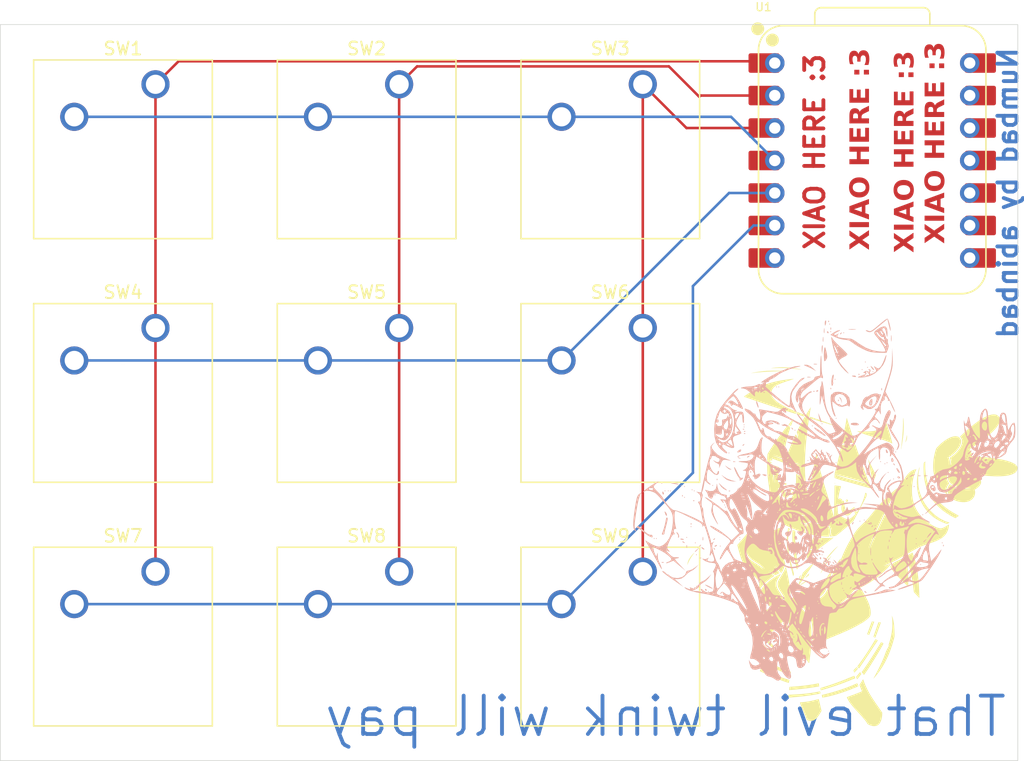
<source format=kicad_pcb>
(kicad_pcb (version 20241229) (generator "pcbnew") (generator_version "9.0")
  (layers (0 "F.Cu" signal) (2 "B.Cu" signal) (13 "F.Paste" user) (15 "B.Paste" user) (5 "F.SilkS" user "F.Silkscreen") (7 "B.SilkS" user "B.Silkscreen") (1 "F.Mask" user) (3 "B.Mask" user) (25 "Edge.Cuts" user))
  (net 0 "")
  (net 1 "row 0")
  (net 2 "column 0")
  (net 3 "column 1")
  (net 4 "column 2")
  (net 5 "row 1")
  (net 6 "row 2")
  (net 8 "+5V")
  (net 13 "GND")
  (footprint "Button_Switch_Keyboard:SW_Cherry_MX_1.00u_PCB" (layer "F.Cu") (at 103.98125 97.4725)
    (property "Reference" "SW4" (at -2.54 -2.794 0) (layer "F.SilkS"))
    (property "Value" "SW_Push")
    (pad "" np_thru_hole circle (at -7.62 5.08) (size 1.7 1.7) (drill 1.7) (layers "*.Cu" "*.Mask"))
    (pad "" np_thru_hole circle (at -2.54 5.08) (size 4 4) (drill 4) (layers "*.Cu" "*.Mask"))
    (pad "" np_thru_hole circle (at 2.54 5.08) (size 1.7 1.7) (drill 1.7) (layers "*.Cu" "*.Mask"))
    (pad "1" thru_hole circle (at 0 0) (size 2.2 2.2) (drill 1.5) (layers "*.Cu" "*.Mask") (net 2 "column 0"))
    (pad "2" thru_hole circle (at -6.35 2.54) (size 2.2 2.2) (drill 1.5) (layers "*.Cu" "*.Mask") (net 5 "row 1"))
  )
  (footprint "Button_Switch_Keyboard:SW_Cherry_MX_1.00u_PCB" (layer "F.Cu") (at 142.08125 97.4725)
    (property "Reference" "SW6" (at -2.54 -2.794 0) (layer "F.SilkS"))
    (property "Value" "SW_Push")
    (pad "" np_thru_hole circle (at -7.62 5.08) (size 1.7 1.7) (drill 1.7) (layers "*.Cu" "*.Mask"))
    (pad "" np_thru_hole circle (at -2.54 5.08) (size 4 4) (drill 4) (layers "*.Cu" "*.Mask"))
    (pad "" np_thru_hole circle (at 2.54 5.08) (size 1.7 1.7) (drill 1.7) (layers "*.Cu" "*.Mask"))
    (pad "1" thru_hole circle (at 0 0) (size 2.2 2.2) (drill 1.5) (layers "*.Cu" "*.Mask") (net 4 "column 2"))
    (pad "2" thru_hole circle (at -6.35 2.54) (size 2.2 2.2) (drill 1.5) (layers "*.Cu" "*.Mask") (net 5 "row 1"))
  )
  (footprint "Button_Switch_Keyboard:SW_Cherry_MX_1.00u_PCB" (layer "F.Cu") (at 142.08125 116.5225)
    (property "Reference" "SW9" (at -2.54 -2.794 0) (layer "F.SilkS"))
    (property "Value" "SW_Push")
    (pad "" np_thru_hole circle (at -7.62 5.08) (size 1.7 1.7) (drill 1.7) (layers "*.Cu" "*.Mask"))
    (pad "" np_thru_hole circle (at -2.54 5.08) (size 4 4) (drill 4) (layers "*.Cu" "*.Mask"))
    (pad "" np_thru_hole circle (at 2.54 5.08) (size 1.7 1.7) (drill 1.7) (layers "*.Cu" "*.Mask"))
    (pad "1" thru_hole circle (at 0 0) (size 2.2 2.2) (drill 1.5) (layers "*.Cu" "*.Mask") (net 4 "column 2"))
    (pad "2" thru_hole circle (at -6.35 2.54) (size 2.2 2.2) (drill 1.5) (layers "*.Cu" "*.Mask") (net 6 "row 2"))
  )
  (footprint "Button_Switch_Keyboard:SW_Cherry_MX_1.00u_PCB" (layer "F.Cu") (at 142.08125 78.4225)
    (property "Reference" "SW3" (at -2.54 -2.794 0) (layer "F.SilkS"))
    (property "Value" "SW_Push")
    (pad "" np_thru_hole circle (at -7.62 5.08) (size 1.7 1.7) (drill 1.7) (layers "*.Cu" "*.Mask"))
    (pad "" np_thru_hole circle (at -2.54 5.08) (size 4 4) (drill 4) (layers "*.Cu" "*.Mask"))
    (pad "" np_thru_hole circle (at 2.54 5.08) (size 1.7 1.7) (drill 1.7) (layers "*.Cu" "*.Mask"))
    (pad "1" thru_hole circle (at 0 0) (size 2.2 2.2) (drill 1.5) (layers "*.Cu" "*.Mask") (net 4 "column 2"))
    (pad "2" thru_hole circle (at -6.35 2.54) (size 2.2 2.2) (drill 1.5) (layers "*.Cu" "*.Mask") (net 1 "row 0"))
  )
  (footprint "Button_Switch_Keyboard:SW_Cherry_MX_1.00u_PCB" (layer "F.Cu") (at 123.03125 116.5225)
    (property "Reference" "SW8" (at -2.54 -2.794 0) (layer "F.SilkS"))
    (property "Value" "SW_Push")
    (pad "" np_thru_hole circle (at -7.62 5.08) (size 1.7 1.7) (drill 1.7) (layers "*.Cu" "*.Mask"))
    (pad "" np_thru_hole circle (at -2.54 5.08) (size 4 4) (drill 4) (layers "*.Cu" "*.Mask"))
    (pad "" np_thru_hole circle (at 2.54 5.08) (size 1.7 1.7) (drill 1.7) (layers "*.Cu" "*.Mask"))
    (pad "1" thru_hole circle (at 0 0) (size 2.2 2.2) (drill 1.5) (layers "*.Cu" "*.Mask") (net 3 "column 1"))
    (pad "2" thru_hole circle (at -6.35 2.54) (size 2.2 2.2) (drill 1.5) (layers "*.Cu" "*.Mask") (net 6 "row 2"))
  )
  (footprint "LOGO" (layer "F.Cu") (at 157.6 116)
    (property "Reference" "G***" (hide yes))
    (property "Value" "LOGO" (hide yes))
  )
  (footprint "Button_Switch_Keyboard:SW_Cherry_MX_1.00u_PCB" (layer "F.Cu") (at 123.03125 78.4225)
    (property "Reference" "SW2" (at -2.54 -2.794 0) (layer "F.SilkS"))
    (property "Value" "SW_Push")
    (pad "" np_thru_hole circle (at -7.62 5.08) (size 1.7 1.7) (drill 1.7) (layers "*.Cu" "*.Mask"))
    (pad "" np_thru_hole circle (at -2.54 5.08) (size 4 4) (drill 4) (layers "*.Cu" "*.Mask"))
    (pad "" np_thru_hole circle (at 2.54 5.08) (size 1.7 1.7) (drill 1.7) (layers "*.Cu" "*.Mask"))
    (pad "1" thru_hole circle (at 0 0) (size 2.2 2.2) (drill 1.5) (layers "*.Cu" "*.Mask") (net 3 "column 1"))
    (pad "2" thru_hole circle (at -6.35 2.54) (size 2.2 2.2) (drill 1.5) (layers "*.Cu" "*.Mask") (net 1 "row 0"))
  )
  (footprint "Button_Switch_Keyboard:SW_Cherry_MX_1.00u_PCB" (layer "F.Cu") (at 123.03125 97.4725)
    (property "Reference" "SW5" (at -2.54 -2.794 0) (layer "F.SilkS"))
    (property "Value" "SW_Push")
    (pad "" np_thru_hole circle (at -7.62 5.08) (size 1.7 1.7) (drill 1.7) (layers "*.Cu" "*.Mask"))
    (pad "" np_thru_hole circle (at -2.54 5.08) (size 4 4) (drill 4) (layers "*.Cu" "*.Mask"))
    (pad "" np_thru_hole circle (at 2.54 5.08) (size 1.7 1.7) (drill 1.7) (layers "*.Cu" "*.Mask"))
    (pad "1" thru_hole circle (at 0 0) (size 2.2 2.2) (drill 1.5) (layers "*.Cu" "*.Mask") (net 3 "column 1"))
    (pad "2" thru_hole circle (at -6.35 2.54) (size 2.2 2.2) (drill 1.5) (layers "*.Cu" "*.Mask") (net 5 "row 1"))
  )
  (footprint "Seeed Studio XIAO Series Library:XIAO-RP2040-DIP" (layer "F.Cu") (at 160.02 84.38)
    (property "Reference" "U1" (at -8.5 -12 0) (layer "F.SilkS") (effects (font (size 0.635 0.635) (thickness 0.1016))))
    (property "Value" "XIAO-ESP32-C3-DIP")
    (pad "1" smd roundrect (at -8.455 -7.62 180) (size 2.432 1.524) (layers "F.Cu" "F.Mask") (roundrect_rratio 0.1) (net 2 "column 0"))
    (pad "1" thru_hole circle (at -7.62 -7.62 180) (size 1.524 1.524) (drill 0.889) (layers "*.Cu" "*.Mask") (net 2 "column 0"))
    (pad "2" smd roundrect (at -8.455 -5.08 180) (size 2.432 1.524) (layers "F.Cu" "F.Mask") (roundrect_rratio 0.1) (net 3 "column 1"))
    (pad "2" thru_hole circle (at -7.62 -5.08 180) (size 1.524 1.524) (drill 0.889) (layers "*.Cu" "*.Mask") (net 3 "column 1"))
    (pad "3" smd roundrect (at -8.455 -2.54 180) (size 2.432 1.524) (layers "F.Cu" "F.Mask") (roundrect_rratio 0.1) (net 4 "column 2"))
    (pad "3" thru_hole circle (at -7.62 -2.54 180) (size 1.524 1.524) (drill 0.889) (layers "*.Cu" "*.Mask") (net 4 "column 2"))
    (pad "4" smd roundrect (at -8.455 0 180) (size 2.432 1.524) (layers "F.Cu" "F.Mask") (roundrect_rratio 0.1) (net 1 "row 0"))
    (pad "4" thru_hole circle (at -7.62 0 180) (size 1.524 1.524) (drill 0.889) (layers "*.Cu" "*.Mask") (net 1 "row 0"))
    (pad "5" smd roundrect (at -8.455 2.54 180) (size 2.432 1.524) (layers "F.Cu" "F.Mask") (roundrect_rratio 0.1) (net 5 "row 1"))
    (pad "5" thru_hole circle (at -7.62 2.54 180) (size 1.524 1.524) (drill 0.889) (layers "*.Cu" "*.Mask") (net 5 "row 1"))
    (pad "6" smd roundrect (at -8.455 5.08 180) (size 2.432 1.524) (layers "F.Cu" "F.Mask") (roundrect_rratio 0.1) (net 6 "row 2"))
    (pad "6" thru_hole circle (at -7.62 5.08 180) (size 1.524 1.524) (drill 0.889) (layers "*.Cu" "*.Mask") (net 6 "row 2"))
    (pad "7" smd roundrect (at -8.455 7.62 180) (size 2.432 1.524) (layers "F.Cu" "F.Mask") (roundrect_rratio 0.1))
    (pad "7" thru_hole circle (at -7.62 7.62 180) (size 1.524 1.524) (drill 0.889) (layers "*.Cu" "*.Mask"))
    (pad "8" thru_hole circle (at 7.62 7.62) (size 1.524 1.524) (drill 0.889) (layers "*.Cu" "*.Mask"))
    (pad "8" smd roundrect (at 8.455 7.62) (size 2.432 1.524) (layers "F.Cu" "F.Mask") (roundrect_rratio 0.1))
    (pad "9" thru_hole circle (at 7.62 5.08) (size 1.524 1.524) (drill 0.889) (layers "*.Cu" "*.Mask"))
    (pad "9" smd roundrect (at 8.455 5.08) (size 2.432 1.524) (layers "F.Cu" "F.Mask") (roundrect_rratio 0.1))
    (pad "10" thru_hole circle (at 7.62 2.54) (size 1.524 1.524) (drill 0.889) (layers "*.Cu" "*.Mask"))
    (pad "10" smd roundrect (at 8.455 2.54) (size 2.432 1.524) (layers "F.Cu" "F.Mask") (roundrect_rratio 0.1))
    (pad "11" thru_hole circle (at 7.62 0) (size 1.524 1.524) (drill 0.889) (layers "*.Cu" "*.Mask"))
    (pad "11" smd roundrect (at 8.455 0) (size 2.432 1.524) (layers "F.Cu" "F.Mask") (roundrect_rratio 0.1))
    (pad "12" thru_hole circle (at 7.62 -2.54) (size 1.524 1.524) (drill 0.889) (layers "*.Cu" "*.Mask"))
    (pad "12" smd roundrect (at 8.455 -2.54) (size 2.432 1.524) (layers "F.Cu" "F.Mask") (roundrect_rratio 0.1))
    (pad "13" thru_hole circle (at 7.62 -5.08) (size 1.524 1.524) (drill 0.889) (layers "*.Cu" "*.Mask") (net 13 "GND"))
    (pad "13" smd roundrect (at 8.455 -5.08) (size 2.432 1.524) (layers "F.Cu" "F.Mask") (roundrect_rratio 0.1) (net 13 "GND"))
    (pad "14" thru_hole circle (at 7.62 -7.62) (size 1.524 1.524) (drill 0.889) (layers "*.Cu" "*.Mask") (net 8 "+5V"))
    (pad "14" smd roundrect (at 8.455 -7.62) (size 2.432 1.524) (layers "F.Cu" "F.Mask") (roundrect_rratio 0.1) (net 8 "+5V"))
  )
  (footprint "Button_Switch_Keyboard:SW_Cherry_MX_1.00u_PCB" (layer "F.Cu") (at 103.98125 78.4225)
    (property "Reference" "SW1" (at -2.54 -2.794 0) (layer "F.SilkS"))
    (property "Value" "SW_Push")
    (pad "" np_thru_hole circle (at -7.62 5.08) (size 1.7 1.7) (drill 1.7) (layers "*.Cu" "*.Mask"))
    (pad "" np_thru_hole circle (at -2.54 5.08) (size 4 4) (drill 4) (layers "*.Cu" "*.Mask"))
    (pad "" np_thru_hole circle (at 2.54 5.08) (size 1.7 1.7) (drill 1.7) (layers "*.Cu" "*.Mask"))
    (pad "1" thru_hole circle (at 0 0) (size 2.2 2.2) (drill 1.5) (layers "*.Cu" "*.Mask") (net 2 "column 0"))
    (pad "2" thru_hole circle (at -6.35 2.54) (size 2.2 2.2) (drill 1.5) (layers "*.Cu" "*.Mask") (net 1 "row 0"))
  )
  (footprint "Button_Switch_Keyboard:SW_Cherry_MX_1.00u_PCB" (layer "F.Cu") (at 103.98125 116.5225)
    (property "Reference" "SW7" (at -2.54 -2.794 0) (layer "F.SilkS"))
    (property "Value" "SW_Push")
    (pad "" np_thru_hole circle (at -7.62 5.08) (size 1.7 1.7) (drill 1.7) (layers "*.Cu" "*.Mask"))
    (pad "" np_thru_hole circle (at -2.54 5.08) (size 4 4) (drill 4) (layers "*.Cu" "*.Mask"))
    (pad "" np_thru_hole circle (at 2.54 5.08) (size 1.7 1.7) (drill 1.7) (layers "*.Cu" "*.Mask"))
    (pad "1" thru_hole circle (at 0 0) (size 2.2 2.2) (drill 1.5) (layers "*.Cu" "*.Mask") (net 2 "column 0"))
    (pad "2" thru_hole circle (at -6.35 2.54) (size 2.2 2.2) (drill 1.5) (layers "*.Cu" "*.Mask") (net 6 "row 2"))
  )
  (footprint "LOGO" (layer "B.Cu") (at 155.8 110.8 180)
    (property "Reference" "G***" (hide yes))
    (property "Value" "LOGO" (hide yes))
  )
  (gr_rect (start 91.85 73.75) (end 171.4 131.3) (stroke (width 0.05)) (fill no) (layer "Edge.Cuts"))
  (gr_text "XIAO HERE :3" (at 156.4 91.5 90) (layer "F.Cu") (effects (font (size 1.5 1.5) (thickness 0.3) (bold yes)) (justify left bottom)))
  (gr_text "XIAO HERE :3" (at 160.02 91.4 90) (layer "F.Cu") (effects (font (size 1.5 1.5) (thickness 0.3) (bold yes)) (justify left bottom)))
  (gr_text "XIAO HERE :3" (at 163.5 91.6 90) (layer "F.Cu") (effects (font (size 1.5 1.5) (thickness 0.3) (bold yes)) (justify left bottom)))
  (gr_text "XIAO HERE :3" (at 165.9 90.9 90) (layer "F.Cu") (effects (font (size 1.5 1.5) (thickness 0.3) (bold yes)) (justify left bottom)))
  (gr_text "That evil twink will pay" (at 170.7 129.6 -0) (layer "B.Cu") (effects (font (size 3 3) (thickness 0.3) (bold yes)) (justify left bottom mirror)))
  (gr_text "Numbad by abinbad" (at 171.5 75.4 90) (layer "B.Cu") (effects (font (size 1.5 1.5) (thickness 0.3) (bold yes)) (justify left bottom mirror)))
  (segment (start 148.9825 80.9625) (end 152.4 84.38) (width 0.2) (layer "B.Cu") (net 1))
  (segment (start 116.68125 80.9625) (end 135.73125 80.9625) (width 0.2) (layer "B.Cu") (net 1))
  (segment (start 97.63125 80.9625) (end 116.68125 80.9625) (width 0.2) (layer "B.Cu") (net 1))
  (segment (start 135.73125 80.9625) (end 148.9825 80.9625) (width 0.2) (layer "B.Cu") (net 1))
  (segment (start 103.98125 78.4225) (end 105.78325 76.6205) (width 0.2) (layer "F.Cu") (net 2))
  (segment (start 105.78325 76.6205) (end 152.2605 76.6205) (width 0.2) (layer "F.Cu") (net 2))
  (segment (start 103.98125 78.4225) (end 103.98125 97.4725) (width 0.2) (layer "F.Cu") (net 2))
  (segment (start 103.98125 97.4725) (end 103.98125 116.5225) (width 0.2) (layer "F.Cu") (net 2))
  (segment (start 152.2605 76.6205) (end 152.4 76.76) (width 0.2) (layer "F.Cu") (net 2))
  (segment (start 144.1215 77.0215) (end 146.5 79.4) (width 0.2) (layer "F.Cu") (net 3))
  (segment (start 123.03125 97.4725) (end 123.03125 116.5225) (width 0.2) (layer "F.Cu") (net 3))
  (segment (start 123.03125 78.4225) (end 123.03125 97.4725) (width 0.2) (layer "F.Cu") (net 3))
  (segment (start 123.03125 78.4225) (end 124.43225 77.0215) (width 0.2) (layer "F.Cu") (net 3))
  (segment (start 124.43225 77.0215) (end 144.1215 77.0215) (width 0.2) (layer "F.Cu") (net 3))
  (segment (start 146.6 79.3) (end 152.4 79.3) (width 0.2) (layer "F.Cu") (net 3))
  (segment (start 123.03125 78.4225) (end 122.8225 78.4225) (width 0.2) (layer "F.Cu") (net 3))
  (segment (start 146.5 79.4) (end 146.6 79.3) (width 0.2) (layer "F.Cu") (net 3))
  (segment (start 122.8225 78.4225) (end 122.8 78.4) (width 0.2) (layer "F.Cu") (net 3))
  (segment (start 145.49875 81.84) (end 152.4 81.84) (width 0.2) (layer "F.Cu") (net 4))
  (segment (start 142.08125 78.4225) (end 142.08125 97.4725) (width 0.2) (layer "F.Cu") (net 4))
  (segment (start 142.08125 97.4725) (end 142.08125 116.5225) (width 0.2) (layer "F.Cu") (net 4))
  (segment (start 142.08125 78.4225) (end 145.49875 81.84) (width 0.2) (layer "F.Cu") (net 4))
  (segment (start 97.63125 100.0125) (end 116.68125 100.0125) (width 0.2) (layer "B.Cu") (net 5))
  (segment (start 148.82375 86.92) (end 152.4 86.92) (width 0.2) (layer "B.Cu") (net 5))
  (segment (start 135.73125 100.0125) (end 148.82375 86.92) (width 0.2) (layer "B.Cu") (net 5))
  (segment (start 116.68125 100.0125) (end 135.73125 100.0125) (width 0.2) (layer "B.Cu") (net 5))
  (segment (start 150.74 89.46) (end 152.4 89.46) (width 0.2) (layer "B.Cu") (net 6))
  (segment (start 135.73125 119.0625) (end 146 108.79375) (width 0.2) (layer "B.Cu") (net 6))
  (segment (start 116.68125 119.0625) (end 135.73125 119.0625) (width 0.2) (layer "B.Cu") (net 6))
  (segment (start 97.63125 119.0625) (end 116.68125 119.0625) (width 0.2) (layer "B.Cu") (net 6))
  (segment (start 146 108.79375) (end 146 94.2) (width 0.2) (layer "B.Cu") (net 6))
  (segment (start 146 94.2) (end 150.74 89.46) (width 0.2) (layer "B.Cu") (net 6))
)
</source>
